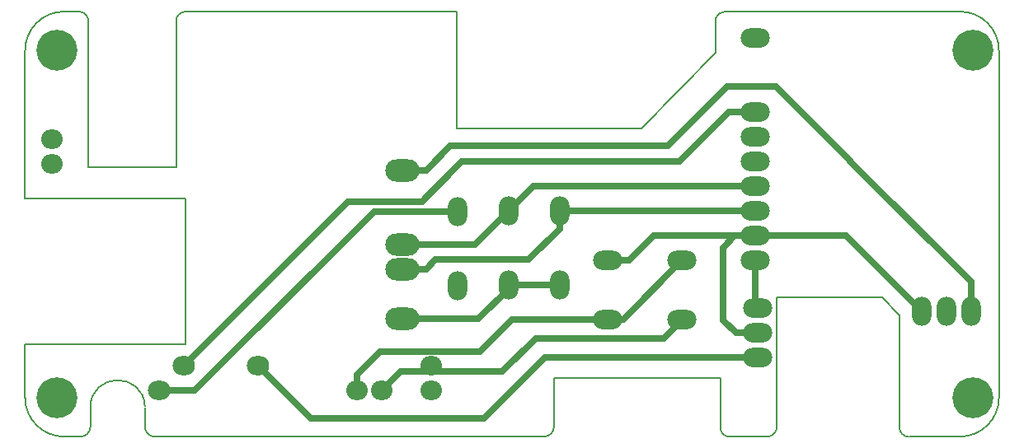
<source format=gtl>
%TF.GenerationSoftware,KiCad,Pcbnew,(5.0.0)*%
%TF.CreationDate,2019-06-26T00:31:56+02:00*%
%TF.ProjectId,Gnu vario V1.9,476E7520766172696F2056312E392E6B,V 1.3*%
%TF.SameCoordinates,Original*%
%TF.FileFunction,Copper,L1,Top,Signal*%
%TF.FilePolarity,Positive*%
%FSLAX46Y46*%
G04 Gerber Fmt 4.6, Leading zero omitted, Abs format (unit mm)*
G04 Created by KiCad (PCBNEW (5.0.0)) date 06/26/19 00:31:56*
%MOMM*%
%LPD*%
G01*
G04 APERTURE LIST*
%ADD10C,0.150000*%
%ADD11O,2.200000X2.000000*%
%ADD12C,4.200000*%
%ADD13O,2.300000X2.000000*%
%ADD14O,3.000000X2.000000*%
%ADD15O,2.000000X3.000000*%
%ADD16O,3.500000X2.300000*%
%ADD17C,0.700000*%
G04 APERTURE END LIST*
D10*
X162700000Y-95300000D02*
X173500000Y-95300000D01*
X162700000Y-108600000D02*
G75*
G02X161700000Y-109600000I-1000000J0D01*
G01*
X176200000Y-109600000D02*
G75*
G02X175300000Y-108700000I0J900000D01*
G01*
X175300000Y-97100000D02*
X175300000Y-108800000D01*
X173500000Y-95300000D02*
X175300000Y-97100000D01*
X162700000Y-95300000D02*
X162700000Y-108600000D01*
X157800000Y-109600000D02*
G75*
G02X156900000Y-108700000I0J900000D01*
G01*
X85500000Y-69900000D02*
X85500000Y-85100000D01*
X102000000Y-100100000D02*
X85500000Y-100100000D01*
X102000000Y-85100000D02*
X102000000Y-100100000D01*
X101000000Y-85100000D02*
X102000000Y-85100000D01*
X101000000Y-85100000D02*
X85500000Y-85100000D01*
X148800000Y-77900000D02*
X156400000Y-70100000D01*
X129800000Y-77900000D02*
X148800000Y-77900000D01*
X129800000Y-65900000D02*
X129800000Y-77900000D01*
X157800000Y-109600000D02*
X161700000Y-109600000D01*
X175700000Y-65900000D02*
X162400000Y-65900000D01*
X162400000Y-65900000D02*
X157400000Y-65900000D01*
X156402857Y-66600886D02*
G75*
G02X157400000Y-65900000I952331J-295115D01*
G01*
X156400000Y-66600000D02*
X156400000Y-70100000D01*
X98800000Y-109600000D02*
G75*
G02X97800000Y-108600000I0J1000000D01*
G01*
X92198215Y-108600000D02*
G75*
G02X91198215Y-109600000I-1000000J0D01*
G01*
X92198215Y-106600000D02*
G75*
G02X97800000Y-106500000I2801785J0D01*
G01*
X97800000Y-108600000D02*
X97800000Y-106600000D01*
X92198215Y-108600000D02*
X92198215Y-106600000D01*
X139800000Y-108600000D02*
G75*
G02X138800000Y-109600000I-1000000J0D01*
G01*
X101000000Y-66900000D02*
G75*
G02X102000000Y-65900000I1000000J0D01*
G01*
X91000000Y-65900000D02*
G75*
G02X92000000Y-66900000I0J-1000000D01*
G01*
X85500000Y-69900000D02*
G75*
G02X89500000Y-65900000I4000000J0D01*
G01*
X89500000Y-109600000D02*
G75*
G02X85500000Y-105600000I0J4000000D01*
G01*
X185500000Y-105600000D02*
G75*
G02X181500000Y-109600000I-4000000J0D01*
G01*
X181500000Y-65900000D02*
G75*
G02X185500000Y-69900000I0J-4000000D01*
G01*
X156900000Y-103600000D02*
X139800000Y-103600000D01*
X139800000Y-103600000D02*
X139800000Y-108600000D01*
X156900000Y-108700000D02*
X156900000Y-103600000D01*
X138800000Y-109600000D02*
X98800000Y-109600000D01*
X181500000Y-109600000D02*
X176300000Y-109600000D01*
X185500000Y-69900000D02*
X185500000Y-105600000D01*
X175700000Y-65900000D02*
X181500000Y-65900000D01*
X102000000Y-65900000D02*
X129800000Y-65900000D01*
X101000000Y-81900000D02*
X101000000Y-66900000D01*
X92000000Y-81900000D02*
X101000000Y-81900000D01*
X92000000Y-66900000D02*
X92000000Y-81900000D01*
X89500000Y-65900000D02*
X91000000Y-65900000D01*
X85500000Y-105600000D02*
X85500000Y-100100000D01*
X91200000Y-109600000D02*
X89500000Y-109600000D01*
D11*
X88260000Y-81580000D03*
X88260000Y-79040000D03*
D12*
X88800000Y-105600000D03*
X88800000Y-69900000D03*
X182800000Y-69900000D03*
X182800000Y-105600000D03*
D11*
X127184546Y-102334532D03*
X127184546Y-104874532D03*
D13*
X99244546Y-104884532D03*
D11*
X122104546Y-104874532D03*
X119564546Y-104874532D03*
D13*
X109404546Y-102334532D03*
X101784546Y-102334532D03*
D14*
X160700000Y-96420000D03*
X160700000Y-101500000D03*
X160700000Y-98960000D03*
X152950000Y-97570000D03*
X145330000Y-97570000D03*
X152950000Y-91510000D03*
X145330000Y-91510000D03*
D15*
X140390000Y-94040000D03*
X140390000Y-86420000D03*
X135130000Y-94040000D03*
X135130000Y-86420000D03*
D16*
X124210000Y-97470000D03*
X124210000Y-92390000D03*
X124210000Y-89850000D03*
X124210000Y-82230000D03*
D15*
X129890000Y-94070000D03*
X129890000Y-86450000D03*
X177580000Y-96740000D03*
X180120000Y-96740000D03*
X182660000Y-96740000D03*
D14*
X160500000Y-91500000D03*
X160500000Y-88960000D03*
X160500000Y-86420000D03*
X160500000Y-83880000D03*
X160500000Y-76260000D03*
X160500000Y-81340000D03*
X160500000Y-78800000D03*
X160500000Y-68640000D03*
D17*
X160700000Y-91700000D02*
X160500000Y-91500000D01*
X160500000Y-96220000D02*
X160700000Y-96420000D01*
X160500000Y-91500000D02*
X160500000Y-96220000D01*
X151800001Y-98719999D02*
X152950000Y-97570000D01*
X151049999Y-99470001D02*
X151800001Y-98719999D01*
X137915773Y-99470001D02*
X151049999Y-99470001D01*
X134485764Y-102900010D02*
X137915773Y-99470001D01*
X124079068Y-102900010D02*
X134485764Y-102900010D01*
X122104546Y-104874532D02*
X124079068Y-102900010D01*
X146890000Y-97570000D02*
X145330000Y-97570000D01*
X152950000Y-91510000D02*
X146890000Y-97570000D01*
X119564546Y-103248187D02*
X119564546Y-104874532D01*
X121912733Y-100900000D02*
X119564546Y-103248187D01*
X132200000Y-100900000D02*
X121912733Y-100900000D01*
X145330000Y-97570000D02*
X135530000Y-97570000D01*
X135530000Y-97570000D02*
X132200000Y-100900000D01*
X160700000Y-101500000D02*
X138850000Y-101500000D01*
X138050000Y-102300000D02*
X138040000Y-102300000D01*
X138850000Y-101500000D02*
X138050000Y-102300000D01*
X138040000Y-102300000D02*
X132610000Y-107730000D01*
X114800014Y-107730000D02*
X109404546Y-102334532D01*
X132610000Y-107730000D02*
X114800014Y-107730000D01*
X159063160Y-76260000D02*
X160500000Y-76260000D01*
X128580000Y-83110000D02*
X130360000Y-81330000D01*
X126630000Y-85050000D02*
X128570000Y-83110000D01*
X128570000Y-83110000D02*
X128580000Y-83110000D01*
X158300000Y-76260000D02*
X160500000Y-76260000D01*
X157785998Y-76260000D02*
X158300000Y-76260000D01*
X152715998Y-81330000D02*
X157785998Y-76260000D01*
X130360000Y-81330000D02*
X152715998Y-81330000D01*
X126240010Y-85449990D02*
X130360000Y-81330000D01*
X118669088Y-85449990D02*
X126240010Y-85449990D01*
X101784546Y-102334532D02*
X118669088Y-85449990D01*
X170240000Y-81270000D02*
X182660000Y-93690000D01*
X182660000Y-96740000D02*
X182660000Y-93690000D01*
X170240000Y-81270000D02*
X170240000Y-81240000D01*
X170240000Y-81240000D02*
X162600000Y-73600000D01*
X162600000Y-73600000D02*
X157600000Y-73600000D01*
X157600000Y-73600000D02*
X151500000Y-79700000D01*
X126660000Y-82230000D02*
X124210000Y-82230000D01*
X129190000Y-79700000D02*
X126660000Y-82230000D01*
X151500000Y-79700000D02*
X129190000Y-79700000D01*
X135130000Y-86420000D02*
X137290000Y-84260000D01*
X137670000Y-83880000D02*
X137290000Y-84260000D01*
X160500000Y-83880000D02*
X137670000Y-83880000D01*
X131700000Y-89850000D02*
X124210000Y-89850000D01*
X135130000Y-86420000D02*
X131700000Y-89850000D01*
X145920000Y-86420000D02*
X160500000Y-86420000D01*
X145920000Y-86420000D02*
X140390000Y-86420000D01*
X140390000Y-88210000D02*
X140390000Y-86420000D01*
X137200000Y-91400000D02*
X140390000Y-88210000D01*
X127650000Y-91400000D02*
X137200000Y-91400000D01*
X126660000Y-92390000D02*
X127650000Y-91400000D01*
X124210000Y-92390000D02*
X126660000Y-92390000D01*
X140390000Y-94040000D02*
X135130000Y-94040000D01*
X135130000Y-94390000D02*
X135130000Y-94040000D01*
X132050000Y-97470000D02*
X135130000Y-94390000D01*
X124210000Y-97470000D02*
X132050000Y-97470000D01*
X162760000Y-88960000D02*
X160500000Y-88960000D01*
X177580000Y-96740000D02*
X169800000Y-88960000D01*
X169800000Y-88960000D02*
X162760000Y-88960000D01*
X159073655Y-98960000D02*
X160700000Y-98960000D01*
X150080000Y-88960000D02*
X151930000Y-88960000D01*
X147530000Y-91510000D02*
X150080000Y-88960000D01*
X145330000Y-91510000D02*
X147530000Y-91510000D01*
X151930000Y-88960000D02*
X151450000Y-88960000D01*
X157200000Y-90160000D02*
X158400000Y-88960000D01*
X157200000Y-97660000D02*
X157200000Y-90160000D01*
X158500000Y-98960000D02*
X157200000Y-97660000D01*
X160700000Y-98960000D02*
X158500000Y-98960000D01*
X160500000Y-88960000D02*
X158400000Y-88960000D01*
X158400000Y-88960000D02*
X151930000Y-88960000D01*
X160400000Y-78900000D02*
X160500000Y-78800000D01*
X121350000Y-86450000D02*
X129890000Y-86450000D01*
X99244546Y-104884532D02*
X102915468Y-104884532D01*
X102915468Y-104884532D02*
X121350000Y-86450000D01*
M02*

</source>
